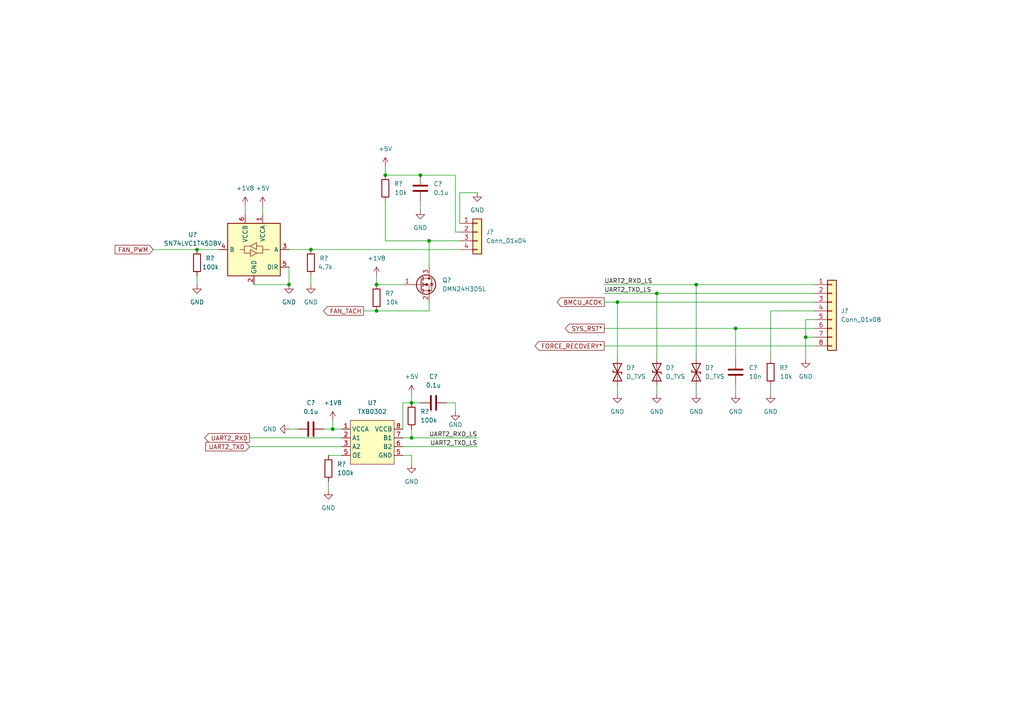
<source format=kicad_sch>
(kicad_sch (version 20211123) (generator eeschema)
  (paper "A4")
  (lib_symbols
    (symbol "Connector_Generic:Conn_01x04" (pin_names (offset 1.016) hide)
      (property "Reference" "J" (at 0 5.08 0))
      (property "Value" "Conn_01x04" (at 0 -7.62 0))
      (symbol "Conn_01x04_1_1"
        (rectangle (start -1.27 -4.953) (end 0 -5.207) (stroke (width 0.1524)))
        (rectangle (start -1.27 -2.413) (end 0 -2.667) (stroke (width 0.1524)))
        (rectangle (start -1.27 0.127) (end 0 -0.127) (stroke (width 0.1524)))
        (rectangle (start -1.27 2.667) (end 0 2.413) (stroke (width 0.1524)))
        (rectangle (start -1.27 3.81) (end 1.27 -6.35) (stroke (width 0.254)) (fill (type background)))
        (pin passive line (at -5.08 2.54 0) (length 3.81) (name "Pin_1") (number "1"))
        (pin passive line (at -5.08 0 0) (length 3.81) (name "Pin_2") (number "2"))
        (pin passive line (at -5.08 -2.54 0) (length 3.81) (name "Pin_3") (number "3"))
        (pin passive line (at -5.08 -5.08 0) (length 3.81) (name "Pin_4") (number "4"))
      )
    )
    (symbol "Connector_Generic:Conn_01x08" (pin_names (offset 1.016) hide)
      (property "Reference" "J" (at 0 10.16 0))
      (property "Value" "Conn_01x08" (at 0 -12.7 0))
      (symbol "Conn_01x08_1_1"
        (rectangle (start -1.27 -10.033) (end 0 -10.287) (stroke (width 0.1524)))
        (rectangle (start -1.27 -7.493) (end 0 -7.747) (stroke (width 0.1524)))
        (rectangle (start -1.27 -4.953) (end 0 -5.207) (stroke (width 0.1524)))
        (rectangle (start -1.27 -2.413) (end 0 -2.667) (stroke (width 0.1524)))
        (rectangle (start -1.27 0.127) (end 0 -0.127) (stroke (width 0.1524)))
        (rectangle (start -1.27 2.667) (end 0 2.413) (stroke (width 0.1524)))
        (rectangle (start -1.27 5.207) (end 0 4.953) (stroke (width 0.1524)))
        (rectangle (start -1.27 7.747) (end 0 7.493) (stroke (width 0.1524)))
        (rectangle (start -1.27 8.89) (end 1.27 -11.43) (stroke (width 0.254)) (fill (type background)))
        (pin passive line (at -5.08 7.62 0) (length 3.81) (name "Pin_1") (number "1"))
        (pin passive line (at -5.08 5.08 0) (length 3.81) (name "Pin_2") (number "2"))
        (pin passive line (at -5.08 2.54 0) (length 3.81) (name "Pin_3") (number "3"))
        (pin passive line (at -5.08 0 0) (length 3.81) (name "Pin_4") (number "4"))
        (pin passive line (at -5.08 -2.54 0) (length 3.81) (name "Pin_5") (number "5"))
        (pin passive line (at -5.08 -5.08 0) (length 3.81) (name "Pin_6") (number "6"))
        (pin passive line (at -5.08 -7.62 0) (length 3.81) (name "Pin_7") (number "7"))
        (pin passive line (at -5.08 -10.16 0) (length 3.81) (name "Pin_8") (number "8"))
      )
    )
    (symbol "Device:C" (pin_numbers hide) (pin_names (offset 0.254))
      (property "Reference" "C" (at 0.635 2.54 0))
      (property "Value" "C" (at 0.635 -2.54 0))
      (symbol "C_0_1"
        (polyline (pts (xy -2.032 -0.762) (xy 2.032 -0.762)) (stroke (width 0.508)))
        (polyline (pts (xy -2.032 0.762) (xy 2.032 0.762)) (stroke (width 0.508)))
      )
      (symbol "C_1_1"
        (pin passive line (at 0 3.81 270) (length 2.794) (name "~") (number "1"))
        (pin passive line (at 0 -3.81 90) (length 2.794) (name "~") (number "2"))
      )
    )
    (symbol "Device:D_TVS" (pin_numbers hide) (pin_names (offset 1.016) hide)
      (property "Reference" "D" (at 0 2.54 0))
      (property "Value" "D_TVS" (at 0 -2.54 0))
      (symbol "D_TVS_0_1"
        (polyline (pts (xy 1.27 0) (xy -1.27 0)))
        (polyline (pts (xy 0.508 1.27) (xy 0 1.27) (xy 0 -1.27) (xy -0.508 -1.27)) (stroke (width 0.254)))
        (polyline (pts (xy -2.54 1.27) (xy -2.54 -1.27) (xy 2.54 1.27) (xy 2.54 -1.27) (xy -2.54 1.27)) (stroke (width 0.254)))
      )
      (symbol "D_TVS_1_1"
        (pin passive line (at -3.81 0 0) (length 2.54) (name "A1") (number "1"))
        (pin passive line (at 3.81 0 180) (length 2.54) (name "A2") (number "2"))
      )
    )
    (symbol "Device:R" (pin_numbers hide) (pin_names (offset 0))
      (property "Reference" "R" (at 2.032 0 90))
      (property "Value" "R" (at 0 0 90))
      (symbol "R_0_1"
        (rectangle (start -1.016 -2.54) (end 1.016 2.54) (stroke (width 0.254)))
      )
      (symbol "R_1_1"
        (pin passive line (at 0 3.81 270) (length 1.27) (name "~") (number "1"))
        (pin passive line (at 0 -3.81 90) (length 1.27) (name "~") (number "2"))
      )
    )
    (symbol "Logic_LevelTranslator:SN74LVC1T45DBV"
      (property "Reference" "U" (at -6.35 8.89 0))
      (property "Value" "SN74LVC1T45DBV" (at 3.81 8.89 0))
      (symbol "SN74LVC1T45DBV_0_1"
        (rectangle (start -7.62 7.62) (end 7.62 -7.62) (stroke (width 0.254)) (fill (type background)))
        (polyline (pts (xy -2.54 0) (xy -2.54 1.016) (xy -0.762 1.016)))
        (polyline (pts (xy 2.794 0) (xy 2.794 -1.016) (xy 1.016 -1.016)))
        (polyline (pts (xy -0.762 -1.016) (xy -2.54 -1.016) (xy -2.54 0) (xy -4.572 0)))
        (polyline (pts (xy -0.762 0) (xy -0.762 2.032) (xy 1.016 1.016) (xy -0.762 0)))
        (polyline (pts (xy 1.016 1.016) (xy 2.794 1.016) (xy 2.794 0) (xy 4.064 0)))
        (polyline (pts (xy 1.016 0) (xy 1.016 -1.778) (xy 1.016 -2.032) (xy -0.762 -1.016) (xy 1.016 0)))
      )
      (symbol "SN74LVC1T45DBV_1_1"
        (pin power_in line (at -2.54 10.16 270) (length 2.54) (name "VCCA") (number "1"))
        (pin power_in line (at 0 -10.16 90) (length 2.54) (name "GND") (number "2"))
        (pin bidirectional line (at -10.16 0 0) (length 2.54) (name "A") (number "3"))
        (pin bidirectional line (at 10.16 0 180) (length 2.54) (name "B") (number "4"))
        (pin input line (at -10.16 -5.08 0) (length 2.54) (name "DIR") (number "5"))
        (pin power_in line (at 2.54 10.16 270) (length 2.54) (name "VCCB") (number "6"))
      )
    )
    (symbol "Logic_Level_Translator:TXB0302"
      (property "Reference" "U" (at 0 5.08 0))
      (property "Value" "TXB0302" (at 0 2.54 0))
      (symbol "TXB0302_0_1"
        (rectangle (start -6.35 0) (end 6.35 -12.7) (fill (type background)))
      )
      (symbol "TXB0302_1_1"
        (pin input line (at -8.89 -2.54 0) (length 2.54) (name "VCCA") (number "1"))
        (pin input line (at -8.89 -5.08 0) (length 2.54) (name "A1") (number "2"))
        (pin input line (at -8.89 -7.62 0) (length 2.54) (name "A2") (number "3"))
        (pin input line (at 8.89 -10.16 180) (length 2.54) (name "GND") (number "5"))
        (pin input line (at -8.89 -10.16 0) (length 2.54) (name "OE") (number "5"))
        (pin input line (at 8.89 -7.62 180) (length 2.54) (name "B2") (number "6"))
        (pin input line (at 8.89 -5.08 180) (length 2.54) (name "B1") (number "7"))
        (pin input line (at 8.89 -2.54 180) (length 2.54) (name "VCCB") (number "8"))
      )
    )
    (symbol "Transistor_FET:DMN24H3D5L" (pin_names hide)
      (property "Reference" "Q" (at 5.08 1.905 0))
      (property "Value" "DMN24H3D5L" (at 5.08 0 0))
      (symbol "DMN24H3D5L_0_1"
        (polyline (pts (xy 0.254 0) (xy -2.54 0)))
        (polyline (pts (xy 0.254 1.905) (xy 0.254 -1.905)) (stroke (width 0.254)))
        (polyline (pts (xy 0.762 -1.27) (xy 0.762 -2.286)) (stroke (width 0.254)))
        (polyline (pts (xy 0.762 0.508) (xy 0.762 -0.508)) (stroke (width 0.254)))
        (polyline (pts (xy 0.762 2.286) (xy 0.762 1.27)) (stroke (width 0.254)))
        (polyline (pts (xy 2.54 2.54) (xy 2.54 1.778)))
        (polyline (pts (xy 2.54 -2.54) (xy 2.54 0) (xy 0.762 0)))
        (polyline (pts (xy 0.762 -1.778) (xy 3.302 -1.778) (xy 3.302 1.778) (xy 0.762 1.778)))
        (polyline (pts (xy 1.016 0) (xy 2.032 0.381) (xy 2.032 -0.381) (xy 1.016 0)) (fill (type outline)))
        (polyline (pts (xy 2.794 0.508) (xy 2.921 0.381) (xy 3.683 0.381) (xy 3.81 0.254)))
        (polyline (pts (xy 3.302 0.381) (xy 2.921 -0.254) (xy 3.683 -0.254) (xy 3.302 0.381)))
        (circle (center 1.651 0) (radius 2.794) (stroke (width 0.254)))
        (circle (center 2.54 -1.778) (radius 0.254) (fill (type outline)))
        (circle (center 2.54 1.778) (radius 0.254) (fill (type outline)))
      )
      (symbol "DMN24H3D5L_1_1"
        (pin input line (at -5.08 0 0) (length 2.54) (name "G") (number "1"))
        (pin passive line (at 2.54 -5.08 90) (length 2.54) (name "S") (number "2"))
        (pin passive line (at 2.54 5.08 270) (length 2.54) (name "D") (number "3"))
      )
    )
    (symbol "power:+1V8" (power) (pin_names (offset 0))
      (property "Value" "+1V8" (at 0 3.556 0))
      (symbol "+1V8_0_1"
        (polyline (pts (xy -0.762 1.27) (xy 0 2.54)))
        (polyline (pts (xy 0 0) (xy 0 2.54)))
        (polyline (pts (xy 0 2.54) (xy 0.762 1.27)))
      )
      (symbol "+1V8_1_1"
        (pin power_in line (at 0 0 90) (length 0) hide (name "+1V8") (number "1"))
      )
    )
    (symbol "power:+5V" (power) (pin_names (offset 0))
      (property "Value" "+5V" (at 0 3.556 0))
      (symbol "+5V_0_1"
        (polyline (pts (xy -0.762 1.27) (xy 0 2.54)))
        (polyline (pts (xy 0 0) (xy 0 2.54)))
        (polyline (pts (xy 0 2.54) (xy 0.762 1.27)))
      )
      (symbol "+5V_1_1"
        (pin power_in line (at 0 0 90) (length 0) hide (name "+5V") (number "1"))
      )
    )
    (symbol "power:GND" (power) (pin_names (offset 0))
      (property "Value" "GND" (at 0 -3.81 0))
      (symbol "GND_0_1"
        (polyline (pts (xy 0 0) (xy 0 -1.27) (xy 1.27 -1.27) (xy 0 -2.54) (xy -1.27 -1.27) (xy 0 -1.27)))
      )
      (symbol "GND_1_1"
        (pin power_in line (at 0 0 270) (length 0) hide (name "GND") (number "1"))
      )
    )
  )
  (junction (at 109.22 90.17))
  (junction (at 111.76 50.8))
  (junction (at 57.15 72.39))
  (junction (at 90.17 72.39))
  (junction (at 124.46 69.85))
  (junction (at 96.52 124.46))
  (junction (at 119.38 127))
  (junction (at 201.93 82.55))
  (junction (at 83.82 82.55))
  (junction (at 179.07 87.63))
  (junction (at 190.5 85.09))
  (junction (at 121.92 50.8))
  (junction (at 119.38 116.84))
  (junction (at 109.22 82.55))
  (junction (at 213.36 95.25))
  (junction (at 233.68 97.79))
  (wire (pts (xy 190.5 85.09) (xy 236.22 85.09)))
  (wire (pts (xy 124.46 90.17) (xy 109.22 90.17)))
  (wire (pts (xy 121.92 116.84) (xy 119.38 116.84)))
  (wire (pts (xy 116.84 116.84) (xy 116.84 124.46)))
  (wire (pts (xy 119.38 116.84) (xy 119.38 114.3)))
  (wire (pts (xy 119.38 124.46) (xy 119.38 127)))
  (wire (pts (xy 109.22 82.55) (xy 116.84 82.55)))
  (wire (pts (xy 96.52 124.46) (xy 99.06 124.46)))
  (wire (pts (xy 119.38 127) (xy 138.43 127)))
  (wire (pts (xy 201.93 82.55) (xy 201.93 104.14)))
  (wire (pts (xy 71.12 59.69) (xy 71.12 62.23)))
  (wire (pts (xy 121.92 50.8) (xy 132.08 50.8)))
  (wire (pts (xy 132.08 67.31) (xy 133.35 67.31)))
  (wire (pts (xy 90.17 72.39) (xy 83.82 72.39)))
  (wire (pts (xy 124.46 69.85) (xy 133.35 69.85)))
  (wire (pts (xy 132.08 50.8) (xy 132.08 67.31)))
  (wire (pts (xy 72.39 127) (xy 99.06 127)))
  (wire (pts (xy 111.76 48.26) (xy 111.76 50.8)))
  (wire (pts (xy 175.26 95.25) (xy 213.36 95.25)))
  (wire (pts (xy 190.5 111.76) (xy 190.5 114.3)))
  (wire (pts (xy 129.54 116.84) (xy 132.08 116.84)))
  (wire (pts (xy 132.08 116.84) (xy 132.08 119.38)))
  (wire (pts (xy 83.82 82.55) (xy 73.66 82.55)))
  (wire (pts (xy 175.26 100.33) (xy 236.22 100.33)))
  (wire (pts (xy 119.38 127) (xy 116.84 127)))
  (wire (pts (xy 76.2 59.69) (xy 76.2 62.23)))
  (wire (pts (xy 124.46 69.85) (xy 124.46 77.47)))
  (wire (pts (xy 133.35 55.88) (xy 133.35 64.77)))
  (wire (pts (xy 90.17 80.01) (xy 90.17 82.55)))
  (wire (pts (xy 57.15 72.39) (xy 44.45 72.39)))
  (wire (pts (xy 175.26 85.09) (xy 190.5 85.09)))
  (wire (pts (xy 201.93 82.55) (xy 236.22 82.55)))
  (wire (pts (xy 179.07 87.63) (xy 179.07 104.14)))
  (wire (pts (xy 233.68 92.71) (xy 233.68 97.79)))
  (wire (pts (xy 72.39 129.54) (xy 99.06 129.54)))
  (wire (pts (xy 109.22 80.01) (xy 109.22 82.55)))
  (wire (pts (xy 95.25 139.7) (xy 95.25 142.24)))
  (wire (pts (xy 111.76 69.85) (xy 124.46 69.85)))
  (wire (pts (xy 83.82 124.46) (xy 86.36 124.46)))
  (wire (pts (xy 90.17 72.39) (xy 133.35 72.39)))
  (wire (pts (xy 124.46 87.63) (xy 124.46 90.17)))
  (wire (pts (xy 116.84 116.84) (xy 119.38 116.84)))
  (wire (pts (xy 236.22 92.71) (xy 233.68 92.71)))
  (wire (pts (xy 213.36 95.25) (xy 236.22 95.25)))
  (wire (pts (xy 190.5 85.09) (xy 190.5 104.14)))
  (wire (pts (xy 236.22 97.79) (xy 233.68 97.79)))
  (wire (pts (xy 105.41 90.17) (xy 109.22 90.17)))
  (wire (pts (xy 119.38 132.08) (xy 119.38 134.62)))
  (wire (pts (xy 179.07 87.63) (xy 236.22 87.63)))
  (wire (pts (xy 83.82 77.47) (xy 83.82 82.55)))
  (wire (pts (xy 121.92 58.42) (xy 121.92 60.96)))
  (wire (pts (xy 57.15 80.01) (xy 57.15 82.55)))
  (wire (pts (xy 223.52 111.76) (xy 223.52 114.3)))
  (wire (pts (xy 213.36 111.76) (xy 213.36 114.3)))
  (wire (pts (xy 111.76 58.42) (xy 111.76 69.85)))
  (wire (pts (xy 223.52 104.14) (xy 223.52 90.17)))
  (wire (pts (xy 57.15 72.39) (xy 63.5 72.39)))
  (wire (pts (xy 138.43 55.88) (xy 133.35 55.88)))
  (wire (pts (xy 111.76 50.8) (xy 121.92 50.8)))
  (wire (pts (xy 223.52 90.17) (xy 236.22 90.17)))
  (wire (pts (xy 93.98 124.46) (xy 96.52 124.46)))
  (wire (pts (xy 116.84 132.08) (xy 119.38 132.08)))
  (wire (pts (xy 201.93 111.76) (xy 201.93 114.3)))
  (wire (pts (xy 233.68 97.79) (xy 233.68 104.14)))
  (wire (pts (xy 96.52 124.46) (xy 96.52 121.92)))
  (wire (pts (xy 175.26 87.63) (xy 179.07 87.63)))
  (wire (pts (xy 179.07 111.76) (xy 179.07 114.3)))
  (wire (pts (xy 213.36 95.25) (xy 213.36 104.14)))
  (wire (pts (xy 175.26 82.55) (xy 201.93 82.55)))
  (wire (pts (xy 95.25 132.08) (xy 99.06 132.08)))
  (wire (pts (xy 116.84 129.54) (xy 138.43 129.54)))
  (label "UART2_RXD_LS" (at 175.26 82.55 0))
  (label "UART2_TXD_LS" (at 175.26 85.09 0))
  (label "UART2_RXD_LS" (at 138.43 127 180))
  (label "UART2_TXD_LS" (at 138.43 129.54 180))
  (global_label "FAN_PWM" (shape input) (at 44.45 72.39 180) (property "Intersheet References" "${INTERSHEET_REFS}" (effects hide)))
  (global_label "UART2_TXD" (shape input) (at 72.39 129.54 180) (property "Intersheet References" "${INTERSHEET_REFS}" (effects hide)))
  (global_label "FAN_TACH" (shape output) (at 105.41 90.17 180) (property "Intersheet References" "${INTERSHEET_REFS}" (effects hide)))
  (global_label "FORCE_RECOVERY*" (shape output) (at 175.26 100.33 180) (property "Intersheet References" "${INTERSHEET_REFS}" (effects hide)))
  (global_label "BMCU_ACOK" (shape output) (at 175.26 87.63 180) (property "Intersheet References" "${INTERSHEET_REFS}" (effects hide)))
  (global_label "SYS_RST*" (shape output) (at 175.26 95.25 180) (property "Intersheet References" "${INTERSHEET_REFS}" (effects hide)))
  (global_label "UART2_RXD" (shape output) (at 72.39 127 180) (property "Intersheet References" "${INTERSHEET_REFS}" (effects hide)))
  (symbol (lib_id "power:+1V8") (at 96.52 121.92 0) (unit 1)
    (property "Reference" "#PWR?" (effects hide))
    (property "Value" "+1V8" (at 96.52 116.84 0))
  )
  (symbol (lib_id "power:GND") (at 95.25 142.24 0) (unit 1)
    (property "Reference" "#PWR?" (effects hide))
    (property "Value" "GND" (at 95.25 147.32 0))
  )
  (symbol (lib_id "power:GND") (at 138.43 55.88 0) (mirror y) (unit 1)
    (property "Reference" "#PWR?" (effects hide))
    (property "Value" "GND" (at 138.43 60.96 0))
  )
  (symbol (lib_id "Logic_Level_Translator:TXB0302") (at 107.95 121.92 0) (unit 1)
    (property "Reference" "U?" (at 107.95 116.84 0))
    (property "Value" "TXB0302" (at 107.95 119.38 0))
  )
  (symbol (lib_id "power:+1V8") (at 71.12 59.69 0) (mirror y) (unit 1)
    (property "Reference" "#PWR?" (effects hide))
    (property "Value" "+1V8" (at 71.12 54.61 0))
  )
  (symbol (lib_id "Transistor_FET:DMN24H3D5L") (at 121.92 82.55 0) (unit 1)
    (property "Reference" "Q?" (at 128.27 81.2799 0) (effects (justify left)))
    (property "Value" "DMN24H3D5L" (at 128.27 83.8199 0) (effects (justify left)))
    (property "Footprint" "Package_TO_SOT_SMD:SOT-23" (effects hide))
    (property "Datasheet" "http://www.diodes.com/assets/Datasheets/DMN24H3D5L.pdf" (effects hide))
  )
  (symbol (lib_id "Connector_Generic:Conn_01x08") (at 241.3 90.17 0) (unit 1)
    (property "Reference" "J?" (at 243.84 90.1699 0) (effects (justify left)))
    (property "Value" "Conn_01x08" (at 243.84 92.7099 0) (effects (justify left)))
  )
  (symbol (lib_id "Device:R") (at 95.25 135.89 0) (unit 1)
    (property "Reference" "R?" (at 97.79 134.6199 0) (effects (justify left)))
    (property "Value" "100k" (at 97.79 137.1599 0) (effects (justify left)))
  )
  (symbol (lib_id "power:GND") (at 83.82 82.55 0) (mirror y) (unit 1)
    (property "Reference" "#PWR?" (effects hide))
    (property "Value" "GND" (at 83.82 87.63 0))
  )
  (symbol (lib_id "power:GND") (at 190.5 114.3 0) (unit 1)
    (property "Reference" "#PWR?" (effects hide))
    (property "Value" "GND" (at 190.5 119.38 0))
  )
  (symbol (lib_id "Device:C") (at 213.36 107.95 0) (unit 1)
    (property "Reference" "C?" (at 217.17 106.6799 0) (effects (justify left)))
    (property "Value" "10n" (at 217.17 109.2199 0) (effects (justify left)))
  )
  (symbol (lib_id "power:GND") (at 83.82 124.46 270) (unit 1)
    (property "Reference" "#PWR?" (effects hide))
    (property "Value" "GND" (at 76.2 124.46 90) (effects (justify left)))
  )
  (symbol (lib_id "Device:R") (at 90.17 76.2 0) (mirror y) (unit 1)
    (property "Reference" "R?" (at 95.25 74.93 0) (effects (justify left)))
    (property "Value" "4.7k" (at 96.52 77.47 0) (effects (justify left)))
  )
  (symbol (lib_id "power:GND") (at 90.17 82.55 0) (mirror y) (unit 1)
    (property "Reference" "#PWR?" (effects hide))
    (property "Value" "GND" (at 90.17 87.63 0))
  )
  (symbol (lib_id "Device:C") (at 125.73 116.84 90) (unit 1)
    (property "Reference" "C?" (at 125.73 109.22 90))
    (property "Value" "0.1u" (at 125.73 111.76 90))
  )
  (symbol (lib_id "power:+1V8") (at 109.22 80.01 0) (unit 1)
    (property "Reference" "#PWR?" (effects hide))
    (property "Value" "+1V8" (at 109.22 74.93 0))
  )
  (symbol (lib_id "Connector_Generic:Conn_01x04") (at 138.43 67.31 0) (unit 1)
    (property "Reference" "J?" (at 140.97 67.3099 0) (effects (justify left)))
    (property "Value" "Conn_01x04" (at 140.97 69.8499 0) (effects (justify left)))
  )
  (symbol (lib_id "Device:D_TVS") (at 179.07 107.95 90) (unit 1)
    (property "Reference" "D?" (at 181.61 106.6799 90) (effects (justify right)))
    (property "Value" "D_TVS" (at 181.61 109.2199 90) (effects (justify right)))
  )
  (symbol (lib_id "power:GND") (at 201.93 114.3 0) (unit 1)
    (property "Reference" "#PWR?" (effects hide))
    (property "Value" "GND" (at 201.93 119.38 0))
  )
  (symbol (lib_id "power:GND") (at 223.52 114.3 0) (unit 1)
    (property "Reference" "#PWR?" (effects hide))
    (property "Value" "GND" (at 223.52 119.38 0))
  )
  (symbol (lib_id "power:+5V") (at 119.38 114.3 0) (unit 1)
    (property "Reference" "#PWR?" (effects hide))
    (property "Value" "+5V" (at 119.38 109.22 0))
  )
  (symbol (lib_id "Device:D_TVS") (at 190.5 107.95 90) (unit 1)
    (property "Reference" "D?" (at 193.04 106.6799 90) (effects (justify right)))
    (property "Value" "D_TVS" (at 193.04 109.2199 90) (effects (justify right)))
  )
  (symbol (lib_id "power:GND") (at 119.38 134.62 0) (unit 1)
    (property "Reference" "#PWR?" (effects hide))
    (property "Value" "GND" (at 119.38 139.7 0))
  )
  (symbol (lib_id "power:GND") (at 121.92 60.96 0) (mirror y) (unit 1)
    (property "Reference" "#PWR?" (effects hide))
    (property "Value" "GND" (at 121.92 66.04 0))
  )
  (symbol (lib_id "Logic_LevelTranslator:SN74LVC1T45DBV") (at 73.66 72.39 0) (mirror y) (unit 1)
    (property "Reference" "U?" (at 55.88 68.0593 0))
    (property "Value" "SN74LVC1T45DBV" (at 55.88 70.5993 0))
    (property "Footprint" "Package_TO_SOT_SMD:SOT-23-6" (effects hide))
    (property "Datasheet" "http://www.ti.com/lit/ds/symlink/sn74lvc1t45.pdf" (effects hide))
  )
  (symbol (lib_id "power:GND") (at 233.68 104.14 0) (unit 1)
    (property "Reference" "#PWR?" (effects hide))
    (property "Value" "GND" (at 233.68 109.22 0))
  )
  (symbol (lib_id "Device:R") (at 223.52 107.95 0) (mirror y) (unit 1)
    (property "Reference" "R?" (at 228.6 106.68 0) (effects (justify left)))
    (property "Value" "10k" (at 229.87 109.22 0) (effects (justify left)))
  )
  (symbol (lib_id "Device:R") (at 119.38 120.65 0) (unit 1)
    (property "Reference" "R?" (at 121.92 119.3799 0) (effects (justify left)))
    (property "Value" "100k" (at 121.92 121.9199 0) (effects (justify left)))
  )
  (symbol (lib_id "Device:D_TVS") (at 201.93 107.95 90) (unit 1)
    (property "Reference" "D?" (at 204.47 106.6799 90) (effects (justify right)))
    (property "Value" "D_TVS" (at 204.47 109.2199 90) (effects (justify right)))
  )
  (symbol (lib_id "power:GND") (at 57.15 82.55 0) (mirror y) (unit 1)
    (property "Reference" "#PWR?" (effects hide))
    (property "Value" "GND" (at 57.15 87.63 0))
  )
  (symbol (lib_id "power:GND") (at 213.36 114.3 0) (unit 1)
    (property "Reference" "#PWR?" (effects hide))
    (property "Value" "GND" (at 213.36 119.38 0))
  )
  (symbol (lib_id "power:GND") (at 179.07 114.3 0) (unit 1)
    (property "Reference" "#PWR?" (effects hide))
    (property "Value" "GND" (at 179.07 119.38 0))
  )
  (symbol (lib_id "power:GND") (at 132.08 119.38 0) (unit 1)
    (property "Reference" "#PWR?" (effects hide))
    (property "Value" "GND" (at 132.08 123.19 0))
  )
  (symbol (lib_id "Device:C") (at 121.92 54.61 0) (unit 1)
    (property "Reference" "C?" (at 125.73 53.3399 0) (effects (justify left)))
    (property "Value" "0.1u" (at 125.73 55.8799 0) (effects (justify left)))
  )
  (symbol (lib_id "Device:R") (at 57.15 76.2 0) (mirror y) (unit 1)
    (property "Reference" "R?" (at 62.23 74.93 0) (effects (justify left)))
    (property "Value" "100k" (at 63.5 77.47 0) (effects (justify left)))
  )
  (symbol (lib_id "power:+5V") (at 111.76 48.26 0) (unit 1)
    (property "Reference" "#PWR?" (effects hide))
    (property "Value" "+5V" (at 111.76 43.18 0))
  )
  (symbol (lib_id "Device:R") (at 109.22 86.36 0) (mirror y) (unit 1)
    (property "Reference" "R?" (at 114.3 85.09 0) (effects (justify left)))
    (property "Value" "10k" (at 115.57 87.63 0) (effects (justify left)))
  )
  (symbol (lib_id "Device:R") (at 111.76 54.61 0) (mirror y) (unit 1)
    (property "Reference" "R?" (at 116.84 53.34 0) (effects (justify left)))
    (property "Value" "10k" (at 118.11 55.88 0) (effects (justify left)))
  )
  (symbol (lib_id "Device:C") (at 90.17 124.46 90) (unit 1)
    (property "Reference" "C?" (at 90.17 116.84 90))
    (property "Value" "0.1u" (at 90.17 119.38 90))
  )
  (symbol (lib_id "power:+5V") (at 76.2 59.69 0) (mirror y) (unit 1)
    (property "Reference" "#PWR?" (effects hide))
    (property "Value" "+5V" (at 76.2 54.61 0))
  )
)
</source>
